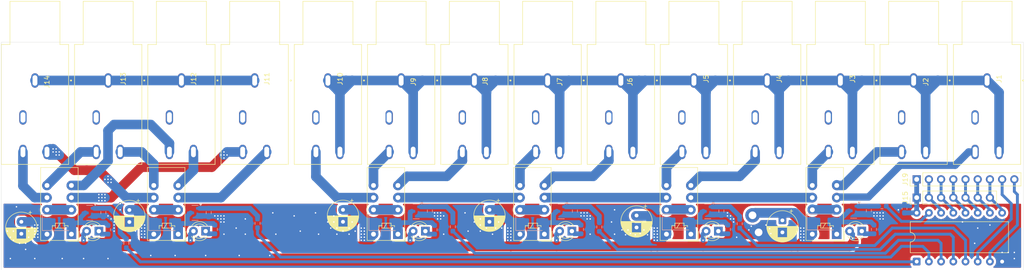
<source format=kicad_pcb>
(kicad_pcb (version 20241229) (generator "pcbnew") (generator_version "9.0")
  (layers (0 "F.Cu" signal) (2 "B.Cu" signal) (13 "F.Paste" user) (15 "B.Paste" user) (5 "F.SilkS" user "F.Silkscreen") (7 "B.SilkS" user "B.Silkscreen") (1 "F.Mask" user) (3 "B.Mask" user) (25 "Edge.Cuts" user))
  (net 0 "")
  (net 1 "GND")
  (net 2 "+3V3")
  (net 3 "+5V")
  (net 4 "Net-(D1-K)")
  (net 5 "Net-(D2-A2)")
  (net 6 "Net-(D3-K)")
  (net 7 "Net-(D4-A2)")
  (net 8 "Net-(D5-K)")
  (net 9 "Net-(D6-A2)")
  (net 10 "Net-(D7-K)")
  (net 11 "Net-(D8-A2)")
  (net 12 "Net-(D9-K)")
  (net 13 "Net-(D10-A2)")
  (net 14 "Net-(D11-K)")
  (net 15 "Net-(D12-A2)")
  (net 16 "Net-(J1-Pad1)")
  (net 17 "Net-(J1-Pad2)")
  (net 20 "Net-(J2-Pad2)")
  (net 21 "Net-(J3-Pad2)")
  (net 23 "Net-(J4-Pad2)")
  (net 26 "Net-(J5-Pad2)")
  (net 28 "Net-(J6-Pad2)")
  (net 30 "Net-(J7-Pad2)")
  (net 31 "Net-(J8-Pad2)")
  (net 33 "Net-(J9-Pad2)")
  (net 35 "Net-(J10-Pad2)")
  (net 38 "Net-(J11-Pad2)")
  (net 39 "Net-(J11-Pad3)")
  (net 40 "Net-(J11-Pad1)")
  (net 41 "Net-(J12-Pad2)")
  (net 42 "Net-(J12-Pad3)")
  (net 44 "Net-(J13-Pad3)")
  (net 46 "Net-(J13-Pad2)")
  (net 47 "Net-(J14-Pad3)")
  (net 48 "/Q8")
  (net 49 "/Q7")
  (net 50 "Net-(Q1-G)")
  (net 51 "Net-(Q2-G)")
  (net 52 "Net-(Q3-G)")
  (net 53 "Net-(Q4-G)")
  (net 54 "Net-(Q5-G)")
  (net 55 "Net-(Q6-G)")
  (net 56 "/Q1")
  (net 57 "/Q5")
  (net 58 "/Q6")
  (net 59 "/Q2")
  (net 60 "/Q3")
  (net 61 "/Q4")
  (net 62 "Net-(J14-Pad2)")
  (net 64 "Net-(K1-Pad9)")
  (net 65 "Net-(K1-Pad10)")
  (net 66 "Net-(K2-Pad10)")
  (net 67 "Net-(K2-Pad9)")
  (net 68 "Net-(K3-Pad10)")
  (net 69 "Net-(K3-Pad9)")
  (net 70 "Net-(K4-Pad10)")
  (net 71 "Net-(K5-Pad10)")
  (net 72 "Net-(K6-Pad10)")
  (net 73 "Net-(J15-Pin_4)")
  (net 74 "Net-(J15-Pin_3)")
  (net 75 "Net-(J15-Pin_5)")
  (net 76 "Net-(J15-Pin_2)")
  (net 77 "Net-(J15-Pin_7)")
  (net 78 "Net-(J15-Pin_6)")
  (footprint "LED_THT:LED_D3.0mm_IRBlack" (layer "F.Cu") (at 101.6 92.71 180)
    (property "Reference" "D9" (hide yes))
    (property "Value" "IR204A" (hide yes))
  )
  (footprint "Audio:CUI_SJ-63063B" (layer "F.Cu") (at 96.56 61.3 -90)
    (property "Reference" "J12")
    (property "Value" "SJ-63063B" (hide yes))
  )
  (footprint "Package_DIP:DIP-16_W10.16mm" (layer "F.Cu") (at 249.555 99.06 90)
    (property "Reference" "U1" (hide yes))
    (property "Value" "74HC595")
  )
  (footprint "Connector_PinHeader_2.54mm:PinHeader_1x07_P2.54mm_Vertical" (layer "F.Cu") (at 249.555 85.725 90)
    (property "Reference" "J15")
    (property "Value" "Conn_01x07_Pin" (hide yes))
  )
  (footprint "LED_THT:LED_D3.0mm_IRBlack" (layer "F.Cu") (at 238.125 92.71 180)
    (property "Reference" "D1" (hide yes))
    (property "Value" "IR204A" (hide yes))
  )
  (footprint "Relay_THT:Relay_DPDT_Omron_G6S-2" (layer "F.Cu") (at 73.66 93.345 180)
    (property "Reference" "K6" (hide yes))
    (property "Value" "G6S-2" (hide yes))
  )
  (footprint "Capacitor_THT:CP_Radial_D6.3mm_P2.50mm" (layer "F.Cu") (at 63.246 90.765 -90)
    (property "Reference" "C9" (hide yes))
    (property "Value" "22uf/25V" (hide yes))
  )
  (footprint "Audio:CUI_SJ-63063B" (layer "F.Cu") (at 264.2 61.3 -90)
    (property "Reference" "J1")
    (property "Value" "SJ-63063B" (hide yes))
  )
  (footprint "Audio:CUI_SJ-63063B" (layer "F.Cu") (at 127.04 61.3 -90)
    (property "Reference" "J10")
    (property "Value" "SJ-63063B" (hide yes))
  )
  (footprint "LED_THT:LED_D3.0mm_IRBlack" (layer "F.Cu") (at 177.8 92.71 180)
    (property "Reference" "D5" (hide yes))
    (property "Value" "IR204A" (hide yes))
  )
  (footprint "Relay_THT:Relay_DPDT_Omron_G6S-2" (layer "F.Cu") (at 232.918 93.345 180)
    (property "Reference" "K1" (hide yes))
    (property "Value" "G6S-2" (hide yes))
  )
  (footprint "Audio:CUI_SJ-63063B" (layer "F.Cu") (at 142.28 61.3 -90)
    (property "Reference" "J9")
    (property "Value" "SJ-63063B" (hide yes))
  )
  (footprint "Audio:CUI_SJ-63063B" (layer "F.Cu") (at 172.76 61.3 -90)
    (property "Reference" "J7")
    (property "Value" "SJ-63063B" (hide yes))
  )
  (footprint "Audio:CUI_SJ-63063B" (layer "F.Cu") (at 188 61.3 -90)
    (property "Reference" "J6")
    (property "Value" "SJ-63063B" (hide yes))
  )
  (footprint "Connector_PinHeader_2.54mm:PinHeader_1x09_P2.54mm_Vertical" (layer "F.Cu") (at 249.555 81.915 90)
    (property "Reference" "J19")
    (property "Value" "Conn_01x09_Pin" (hide yes))
  )
  (footprint "Audio:CUI_SJ-63063B" (layer "F.Cu") (at 218.44 61.3 -90)
    (property "Reference" "J4")
    (property "Value" "SJ-63063B" (hide yes))
  )
  (footprint "Capacitor_THT:CP_Radial_D6.3mm_P2.50mm" (layer "F.Cu") (at 221.615 90.464 -90)
    (property "Reference" "C18" (hide yes))
    (property "Value" "22uf/25V" (hide yes))
  )
  (footprint "Relay_THT:Relay_DPDT_Omron_G6S-2" (layer "F.Cu") (at 202.565 93.345 180)
    (property "Reference" "K2" (hide yes))
    (property "Value" "G6S-2" (hide yes))
  )
  (footprint "Capacitor_THT:CP_Radial_D6.3mm_P2.50mm" (layer "F.Cu") (at 130.175 88.265 -90)
    (property "Reference" "C14" (hide yes))
    (property "Value" "22uf/25V" (hide yes))
  )
  (footprint "Capacitor_THT:CP_Radial_D6.3mm_P2.50mm" (layer "F.Cu") (at 160.655 88.265 -90)
    (property "Reference" "C12" (hide yes))
    (property "Value" "22uf/25V" (hide yes))
  )
  (footprint "LED_THT:LED_D3.0mm_IRBlack" (layer "F.Cu") (at 147.32 92.71 180)
    (property "Reference" "D7" (hide yes))
    (property "Value" "IR204A" (hide yes))
  )
  (footprint "Audio:CUI_SJ-63063B" (layer "F.Cu") (at 248.92 61.3 -90)
    (property "Reference" "J2")
    (property "Value" "SJ-63063B" (hide yes))
  )
  (footprint "Audio:CUI_SJ-63063B" (layer "F.Cu") (at 81.32 61.3 -90)
    (property "Reference" "J13")
    (property "Value" "SJ-63063B" (hide yes))
  )
  (footprint "LED_THT:LED_D3.0mm_IRBlack" (layer "F.Cu") (at 208.28 92.71 180)
    (property "Reference" "D3" (hide yes))
    (property "Value" "IR204A" (hide yes))
  )
  (footprint "Audio:CUI_SJ-63063B" (layer "F.Cu") (at 203.2 61.3 -90)
    (property "Reference" "J5")
    (property "Value" "SJ-63063B" (hide yes))
  )
  (footprint "Audio:CUI_SJ-63063B" (layer "F.Cu") (at 233.68 61.3 -90)
    (property "Reference" "J3")
    (property "Value" "SJ-63063B" (hide yes))
  )
  (footprint "Audio:CUI_SJ-63063B" (layer "F.Cu") (at 66.08 61.3 -90)
    (property "Reference" "J14")
    (property "Value" "SJ-63063B" (hide yes))
  )
  (footprint "Relay_THT:Relay_DPDT_Omron_G6S-2" (layer "F.Cu") (at 172.085 93.345 180)
    (property "Reference" "K3" (hide yes))
    (property "Value" "G6S-2" (hide yes))
  )
  (footprint "Audio:CUI_SJ-63063B" (layer "F.Cu") (at 157.52 61.3 -90)
    (property "Reference" "J8")
    (property "Value" "SJ-63063B" (hide yes))
  )
  (footprint "Relay_THT:Relay_DPDT_Omron_G6S-2" (layer "F.Cu") (at 141.605 93.345 180)
    (property "Reference" "K4" (hide yes))
    (property "Value" "G6S-2" (hide yes))
  )
  (footprint "Capacitor_THT:CP_Radial_D6.3mm_P2.50mm" (layer "F.Cu") (at 85.725 88.305 -90)
    (property "Reference" "C10" (hide yes))
    (property "Value" "22uf/25V" (hide yes))
  )
  (footprint "Capacitor_THT:CP_Radial_D6.3mm_P2.50mm" (layer "F.Cu") (at 191.262 89.448 -90)
    (property "Reference" "C16" (hide yes))
    (property "Value" "22uf/25V" (hide yes))
  )
  (footprint "Audio:CUI_SJ-63063B" (layer "F.Cu") (at 111.8 61.3 -90)
    (property "Reference" "J11")
    (property "Value" "SJ-63063B" (hide yes))
  )
  (footprint "LED_THT:LED_D3.0mm_IRBlack" (layer "F.Cu") (at 79.375 92.71 180)
    (property "Reference" "D11" (hide yes))
    (property "Value" "IR204A" (hide yes))
  )
  (footprint "Relay_THT:Relay_DPDT_Omron_G6S-2" (layer "F.Cu") (at 95.885 93.345 180)
    (property "Reference" "K5" (hide yes))
    (property "Value" "G6S-2" (hide yes))
  )
  (footprint "Resistor_SMD:R_0603_1608Metric_Pad0.98x0.95mm_HandSolder" (layer "B.Cu") (at 149.225 92.4325 90)
    (property "Reference" "R28" (hide yes))
    (property "Value" "3k3" (hide yes))
  )
  (footprint "Diode_SMD:D_SMA" (layer "B.Cu") (at 139.065 90.932)
    (property "Reference" "D8" (hide yes))
    (property "Value" "SMAJ5.0A" (hide yes))
  )
  (footprint "Resistor_SMD:R_0603_1608Metric_Pad0.98x0.95mm_HandSolder" (layer "B.Cu") (at 239.6005 88.458 -90)
    (property "Reference" "R2" (hide yes))
    (property "Value" "100k" (hide yes))
  )
  (footprint "Resistor_SMD:R_0603_1608Metric_Pad0.98x0.95mm_HandSolder" (layer "B.Cu") (at 80.3125 88.8625 -90)
    (property "Reference" "R8" (hide yes))
    (property "Value" "100k" (hide yes))
  )
  (footprint "Resistor_SMD:R_0603_1608Metric_Pad0.98x0.95mm_HandSolder" (layer "B.Cu") (at 240.665 92.3525 90)
    (property "Reference" "R1" (hide yes))
    (property "Value" "3k3" (hide yes))
  )
  (footprint "Resistor_SMD:R_0603_1608Metric_Pad0.98x0.95mm_HandSolder" (layer "B.Cu") (at 178.435 88.5425 -90)
    (property "Reference" "R26" (hide yes))
    (property "Value" "100k" (hide yes))
  )
  (footprint "Package_TO_SOT_SMD:SOT-23" (layer "B.Cu") (at 236.4255 88.458 180)
    (property "Reference" "Q1" (hide yes))
    (property "Value" "IRLML2502" (hide yes))
  )
  (footprint "Resistor_SMD:R_0603_1608Metric_Pad0.98x0.95mm_HandSolder" (layer "B.Cu") (at 148.2575 88.5425 -90)
    (property "Reference" "R29" (hide yes))
    (property "Value" "100k" (hide yes))
  )
  (footprint "Resistor_SMD:R_0603_1608Metric_Pad0.98x0.95mm_HandSolder" (layer "B.Cu") (at 103.505 92.3525 90)
    (property "Reference" "R5" (hide yes))
    (property "Value" "3k3" (hide yes))
  )
  (footprint "Package_TO_SOT_SMD:SOT-23" (layer "B.Cu") (at 206.0725 88.58 180)
    (property "Reference" "Q2" (hide yes))
    (property "Value" "IRLML2502" (hide yes))
  )
  (footprint "Diode_SMD:D_SMA" (layer "B.Cu") (at 169.64 90.932)
    (property "Reference" "D6" (hide yes))
    (property "Value" "SMAJ5.0A" (hide yes))
  )
  (footprint "Resistor_SMD:R_0603_1608Metric_Pad0.98x0.95mm_HandSolder" (layer "B.Cu") (at 212.725 91.1625 -90)
    (property "Reference" "R24" (hide yes))
    (property "Value" "100" (hide yes))
  )
  (footprint "Resistor_SMD:R_0603_1608Metric_Pad0.98x0.95mm_HandSolder" (layer "B.Cu") (at 81.28 92.4325 90)
    (property "Reference" "R7" (hide yes))
    (property "Value" "3k3" (hide yes))
  )
  (footprint "Diode_SMD:D_SMA" (layer "B.Cu") (at 71.12 90.932)
    (property "Reference" "D12" (hide yes))
    (property "Value" "SMAJ5.0A" (hide yes))
  )
  (footprint "Package_TO_SOT_SMD:SOT-23" (layer "B.Cu") (at 145.415 88.58 180)
    (property "Reference" "Q4" (hide yes))
    (property "Value" "IRLML2502" (hide yes))
  )
  (footprint "Package_TO_SOT_SMD:SOT-23" (layer "B.Cu") (at 175.5925 88.58 180)
    (property "Reference" "Q3" (hide yes))
    (property "Value" "IRLML2502" (hide yes))
  )
  (footprint "Resistor_SMD:R_0603_1608Metric_Pad0.98x0.95mm_HandSolder" (layer "B.Cu") (at 85.09 95.25 -90)
    (property "Reference" "R9" (hide yes))
    (property "Value" "100" (hide yes))
  )
  (footprint "Resistor_SMD:R_0603_1608Metric_Pad0.98x0.95mm_HandSolder" (layer "B.Cu") (at 102.235 88.8625 -90)
    (property "Reference" "R6" (hide yes))
    (property "Value" "100k" (hide yes))
  )
  (footprint "Package_TO_SOT_SMD:SOT-23" (layer "B.Cu") (at 99.3925 88.9 180)
    (property "Reference" "Q5" (hide yes))
    (property "Value" "IRLML2502" (hide yes))
  )
  (footprint "Diode_SMD:D_SMA" (layer "B.Cu") (at 200.12 90.805)
    (property "Reference" "D4" (hide yes))
    (property "Value" "SMAJ5.0A" (hide yes))
  )
  (footprint "Capacitor_SMD:C_0603_1608Metric_Pad1.08x0.95mm_HandSolder" (layer "B.Cu") (at 247.015 88.0375 90)
    (property "Reference" "C6" (hide yes))
    (property "Value" "104" (hide yes))
  )
  (footprint "Package_TO_SOT_SMD:SOT-23" (layer "B.Cu") (at 77.47 88.9 180)
    (property "Reference" "Q6" (hide yes))
    (property "Value" "IRLML2502" (hide yes))
  )
  (footprint "Diode_SMD:D_SMA" (layer "B.Cu") (at 230.251 90.805)
    (property "Reference" "D2" (hide yes))
    (property "Value" "SMAJ5.0A" (hide yes))
  )
  (footprint "Resistor_SMD:R_0603_1608Metric_Pad0.98x0.95mm_HandSolder" (layer "B.Cu") (at 153.035 91.7975 -90)
    (property "Reference" "R30" (hide yes))
    (property "Value" "100" (hide yes))
  )
  (footprint "Resistor_SMD:R_0603_1608Metric_Pad0.98x0.95mm_HandSolder" (layer "B.Cu") (at 112.395 91.0825 -90)
    (property "Reference" "R10" (hide yes))
    (property "Value" "100" (hide yes))
  )
  (footprint "Resistor_SMD:R_0603_1608Metric_Pad0.98x0.95mm_HandSolder" (layer "B.Cu") (at 179.705 92.3525 90)
    (property "Reference" "R25" (hide yes))
    (property "Value" "3k3" (hide yes))
  )
  (footprint "Resistor_SMD:R_0603_1608Metric_Pad0.98x0.95mm_HandSolder" (layer "B.Cu") (at 210.265 92.3525 90)
    (property "Reference" "R4" (hide yes))
    (property "Value" "3k3" (hide yes))
  )
  (footprint "Resistor_SMD:R_0603_1608Metric_Pad0.98x0.95mm_HandSolder" (layer "B.Cu") (at 208.915 88.5425 -90)
    (property "Reference" "R23" (hide yes))
    (property "Value" "100k" (hide yes))
  )
  (footprint "Resistor_SMD:R_0603_1608Metric_Pad0.98x0.95mm_HandSolder" (layer "B.Cu") (at 242.316 87.503)
    (property "Reference" "R3" (hide yes))
    (property "Value" "100" (hide yes))
  )
  (footprint "Resistor_SMD:R_0603_1608Metric_Pad0.98x0.95mm_HandSolder" (layer "B.Cu") (at 183.515 91.8445 -90)
    (property "Reference" "R27" (hide yes))
    (property "Value" "100" (hide yes))
  )
  (footprint "Diode_SMD:D_SMA" (layer "B.Cu") (at 93.25 90.932)
    (property "Reference" "D10" (hide yes))
    (property "Value" "SMAJ5.0A" (hide yes))
  )
  (gr_rect (start 59.055 53.34) (end 271.78 100.838) (stroke (width 0.05)) (fill no) (layer "Edge.Cuts"))
  (via (at 105.41 89.535) (size 0.6) (drill 0.3) (layers "F.Cu" "B.Cu") (net 1))
  (via (at 149.86 88.9) (size 0.6) (drill 0.3) (layers "F.Cu" "B.Cu") (net 1))
  (via (at 107.95 92.075) (size 0.6) (drill 0.3) (layers "F.Cu" "B.Cu") (net 1))
  (via (at 83.82 88.265) (size 0.6) (drill 0.3) (layers "F.Cu" "B.Cu") (net 1))
  (via (at 151.13 89.535) (size 0.6) (drill 0.3) (layers "F.Cu" "B.Cu") (net 1))
  (via (at 104.14 90.17) (size 0.6) (drill 0.3) (layers "F.Cu" "B.Cu") (net 1))
  (via (at 61.595 94.615) (size 0.6) (drill 0.3) (layers "F.Cu" "B.Cu") (net 1))
  (via (at 262.255 92.075) (size 0.6) (drill 0.3) (layers "F.Cu" "B.Cu") (net 1))
  (via (at 86.995 92.71) (size 0.6) (drill 0.3) (layers "F.Cu" "B.Cu") (net 1))
  (via (at 101.6 97.79) (size 0.6) (drill 0.3) (layers "F.Cu" "B.Cu") (net 1))
  (via (at 64.135 95.25) (size 0.6) (drill 0.3) (layers "F.Cu" "B.Cu") (net 1))
  (via (at 127.635 92.075) (size 0.6) (drill 0.3) (layers "F.Cu" "B.Cu") (net 1))
  (via (at 127 90.805) (size 0.6) (drill 0.3) (layers "F.Cu" "B.Cu") (net 1))
  (via (at 241.3 89.535) (size 0.6) (drill 0.3) (layers "F.Cu" "B.Cu") (net 1))
  (via (at 131.445 93.345) (size 0.6) (drill 0.3) (layers "F.Cu" "B.Cu") (net 1))
  (via (at 186.69 93.345) (size 0.6) (drill 0.3) (layers "F.Cu" "B.Cu") (net 1))
  (via (at 242.57 90.17) (size 0.6) (drill 0.3) (layers "F.Cu" "B.Cu") (net 1))
  (via (at 267.335 97.155) (size 0.6) (drill 0.3) (layers "F.Cu" "B.Cu") (net 1))
  (via (at 132.715 92.71) (size 0.6) (drill 0.3) (layers "F.Cu" "B.Cu") (net 1))
  (via (at 210.185 88.9) (size 0.6) (drill 0.3) (layers "F.Cu" "B.Cu") (net 1))
  (via (at 191.008 93.472) (size 0.6) (drill 0.3) (layers "F.Cu" "B.Cu") (net 1))
  (via (at 186.69 88.265) (size 0.6) (drill 0.3) (layers "F.Cu" "B.Cu") (net 1))
  (via (at 81.28 89.535) (size 0.6) (drill 0.3) (layers "F.Cu" "B.Cu") (net 1))
  (via (at 121.285 92.71) (size 0.6) (drill 0.3) (layers "F.Cu" "B.Cu") (net 1))
  (via (at 60.96 98.425) (size 0.6) (drill 0.3) (layers "F.Cu" "B.Cu") (net 1))
  (via (at 216.662 92.964) (size 3) (drill 1.6) (layers "F.Cu" "B.Cu") (net 1))
  (via (at 128.905 92.075) (size 0.6) (drill 0.3) (layers "F.Cu" "B.Cu") (net 1))
  (via (at 61.595 92.71) (size 0.6) (drill 0.3) (layers "F.Cu" "B.Cu") (net 1))
  (via (at 193.548 93.472) (size 0.6) (drill 0.3) (layers "F.Cu" "B.Cu") (net 1))
  (via (at 82.55 92.71) (size 0.6) (drill 0.3) (layers "F.Cu" "B.Cu") (net 1))
  (via (at 242.57 89.535) (size 0.6) (drill 0.3) (layers "F.Cu" "B.Cu") (net 1))
  (via (at 211.455 90.805) (size 0.6) (drill 0.3) (layers "F.Cu" "B.Cu") (net 1))
  (via (at 180.975 90.17) (size 0.6) (drill 0.3) (layers "F.Cu" "B.Cu") (net 1))
  (via (at 64.135 96.52) (size 0.6) (drill 0.3) (layers "F.Cu" "B.Cu") (net 1))
  (via (at 149.225 88.9) (size 0.6) (drill 0.3) (layers "F.Cu" "B.Cu") (net 1))
  (via (at 218.948 92.202) (size 0.6) (drill 0.3) (layers "F.Cu" "B.Cu") (net 1))
  (via (at 95.25 97.79) (size 0.6) (drill 0.3) (layers "F.Cu" "B.Cu") (net 1))
  (via (at 192.024 93.218) (size 0.6) (drill 0.3) (layers "F.Cu" "B.Cu") (net 1))
  (via (at 180.34 88.9) (size 0.6) (drill 0.3) (layers "F.Cu" "B.Cu") (net 1))
  (via (at 125.095 93.345) (size 0.6) (drill 0.3) (layers "F.Cu" "B.Cu") (net 1))
  (via (at 158.75 90.17) (size 0.6) (drill 0.3) (layers "F.Cu" "B.Cu") (net 1))
  (via (at 181.61 89.535) (size 0.6) (drill 0.3) (layers "F.Cu" "B.Cu") (net 1))
  (via (at 261.62 95.25) (size 0.6) (drill 0.3) (layers "F.Cu" "B.Cu") (net 1))
  (via (at 186.055 90.805) (size 0.6) (drill 0.3) (layers "F.Cu" "B.Cu") (net 1))
  (via (at 82.55 92.075) (size 0.6) (drill 0.3) (layers "F.Cu" "B.Cu") (net 1))
  (via (at 240.665 88.9) (size 0.6) (drill 0.3) (layers "F.Cu" "B.Cu") (net 1))
  (via (at 189.484 92.456) (size 0.6) (drill 0.3) (layers "F.Cu" "B.Cu") (net 1))
  (via (at 158.75 91.44) (size 0.6) (drill 0.3) (layers "F.Cu" "B.Cu") (net 1))
  (via (at 104.775 90.805) (size 0.6) (drill 0.3) (layers "F.Cu" "B.Cu") (net 1))
  (via (at 149.86 90.17) (size 0.6) (drill 0.3) (layers "F.Cu" "B.Cu") (net 1))
  (via (at 179.705 89.535) (size 0.6) (drill 0.3) (layers "F.Cu" "B.Cu") (net 1))
  (via (at 108.585 97.79) (size 0.6) (drill 0.3) (layers "F.Cu" "B.Cu") (net 1))
  (via (at 156.21 92.71) (size 0.6) (drill 0.3) (layers "F.Cu" "B.Cu") (net 1))
  (via (at 269.875 97.155) (size 0.6) (drill 0.3) (layers "F.Cu" "B.Cu") (net 1))
  (via (at 150.495 88.9) (size 0.6) (drill 0.3) (layers "F.Cu" "B.Cu") (net 1))
  (via (at 245.745 88.265) (size 0.6) (drill 0.3) (layers "F.Cu" "B.Cu") (net 1))
  (via (at 210.82 90.17) (size 0.6) (drill 0.3) (layers "F.Cu" "B.Cu") (net 1))
  (via (at 105.41 90.17) (size 0.6) (drill 0.3) (layers "F.Cu" "B.Cu") (net 1))
  (via (at 82.55 91.44) (size 0.6) (drill 0.3) (layers "F.Cu" "B.Cu") (net 1))
  (via (at 104.775 90.17) (size 0.6) (drill 0.3) (layers "F.Cu" "B.Cu") (net 1))
  (via (at 179.705 88.9) (size 0.6) (drill 0.3) (layers "F.Cu" "B.Cu") (net 1))
  (via (at 71.755 98.425) (size 0.6) (drill 0.3) (layers "F.Cu" "B.Cu") (net 1))
  (via (at 211.455 90.17) (size 0.6) (drill 0.3) (layers "F.Cu" "B.Cu") (net 1))
  (via (at 241.3 88.9) (size 0.6) (drill 0.3) (layers "F.Cu" "B.Cu") (net 1))
  (via (at 131.445 92.075) (size 0.6) (drill 0.3) (layers "F.Cu" "B.Cu") (net 1))
  (via (at 180.975 88.9) (size 0.6) (drill 0.3) (layers "F.Cu" "B.Cu") (net 1))
  (via (at 188.214 92.456) (size 0.6) (drill 0.3) (layers "F.Cu" "B.Cu") (net 1))
  (via (at 62.23 87.63) (size 0.6) (drill 0.3) (layers "F.Cu" "B.Cu") (net 1))
  (via (at 109.855 93.345) (size 0.6) (drill 0.3) (layers "F.Cu" "B.Cu") (net 1))
  (via (at 162.56 90.805) (size 0.6) (drill 0.3) (layers "F.Cu" "B.Cu") (net 1))
  (via (at 264.795 91.44) (size 0.6) (drill 0.3) (layers "F.Cu" "B.Cu") (net 1))
  (via (at 64.77 92.71) (size 0.6) (drill 0.3) (layers "F.Cu" "B.Cu") (net 1))
  (via (at 149.225 89.535) (size 0.6) (drill 0.3) (layers "F.Cu" "B.Cu") (net 1))
  (via (at 81.915 90.17) (size 0.6) (drill 0.3) (layers "F.Cu" "B.Cu") (net 1))
  (via (at 181.61 90.17) (size 0.6) (drill 0.3) (layers "F.Cu" "B.Cu") (net 1))
  (via (at 160.02 92.075) (size 0.6) (drill 0.3) (layers "F.Cu" "B.Cu") (net 1))
  (via (at 60.325 92.71) (size 0.6) (drill 0.3) (layers "F.Cu" "B.Cu") (net 1))
  (via (at 150.495 90.17) (size 0.6) (drill 0.3) (layers "F.Cu" "B.Cu") (net 1))
  (via (at 128.27 89.535) (size 0.6) (drill 0.3) (layers "F.Cu" "B.Cu") (net 1))
  (via (at 189.992 93.218) (size 0.6) (drill 0.3) (layers "F.Cu" "B.Cu") (net 1))
  (via (at 130.175 92.71) (size 0.6) (drill 0.3) (layers "F.Cu" "B.Cu") (net 1))
  (via (at 105.41 90.805) (size 0.6) (drill 0.3) (layers "F.Cu" "B.Cu") (net 1))
  (via (at 242.57 88.9) (size 0.6) (drill 0.3) (layers "F.Cu" "B.Cu") (net 1))
  (via (at 82.55 90.805) (size 0.6) (drill 0.3) (layers "F.Cu" "B.Cu") (net 1))
  (via (at 180.34 89.535) (size 0.6) (drill 0.3) (layers "F.Cu" "B.Cu") (net 1))
  (via (at 150.495 89.535) (size 0.6) (drill 0.3) (layers "F.Cu" "B.Cu") (net 1))
  (via (at 241.935 90.17) (size 0.6) (drill 0.3) (layers "F.Cu" "B.Cu") (net 1))
  (via (at 132.08 90.805) (size 0.6) (drill 0.3) (layers "F.Cu" "B.Cu") (net 1))
  (via (at 269.875 98.425) (size 0.6) (drill 0.3) (layers "F.Cu" "B.Cu") (net 1))
  (via (at 241.935 89.535) (size 0.6) (drill 0.3) (layers "F.Cu" "B.Cu") (net 1))
  (via (at 268.605 97.155) (size 0.6) (drill 0.3) (layers "F.Cu" "B.Cu") (net 1))
  (via (at 181.61 93.345) (size 0.6) (drill 0.3) (layers "F.Cu" "B.Cu") (net 1))
  (via (at 259.08 90.805) (size 0.6) (drill 0.3) (layers "F.Cu" "B.Cu") (net 1))
  (via (at 219.202 93.218) (size 0.6) (drill 0.3) (layers "F.Cu" "B.Cu") (net 1))
  (via (at 158.75 92.71) (size 0.6) (drill 0.3) (layers "F.Cu" "B.Cu") (net 1))
  (via (at 105.41 93.345) (size 0.6) (drill 0.3) (layers "F.Cu" "B.Cu") (net 1))
  (via (at 120.015 89.535) (size 0.6) (drill 0.3) (layers "F.Cu" "B.Cu") (net 1))
  (via (at 103.505 89.535) (size 0.6) (drill 0.3) (layers "F.Cu" "B.Cu") (net 1))
  (via (at 161.925 92.075) (size 0.6) (drill 0.3) (layers "F.Cu" "B.Cu") (net 1))
  (via (at 128.27 90.805) (size 0.6) (drill 0.3) (layers "F.Cu" "B.Cu") (net 1))
  (via (at 116.205 93.345) (size 0.6) (drill 0.3) (layers "F.Cu" "B.Cu") (net 1))
  (via (at 114.935 97.79) (size 0.6) (drill 0.3) (layers "F.Cu" "B.Cu") (net 1))
  (via (at 210.185 89.535) (size 0.6) (drill 0.3) (layers "F.Cu" "B.Cu") (net 1))
  (via (at 64.77 93.98) (size 0.6) (drill 0.3) (layers "F.Cu" "B.Cu") (net 1))
  (via (at 212.09 93.98) (size 0.6) (drill 0.3) (layers "F.Cu" "B.Cu") (net 1))
  (via (at 151.13 93.345) (size 0.6) (drill 0.3) (layers "F.Cu" "B.Cu") (net 1))
  (via (at 62.865 95.25) (size 0.6) (drill 0.3) (layers "F.Cu" "B.Cu") (net 1))
  (via (at 161.29 93.345) (size 0.6) (drill 0.3) (layers "F.Cu" "B.Cu") (net 1))
  (via (at 83.82 86.995) (size 0.6) (drill 0.3) (layers "F.Cu" "B.Cu") (net 1))
  (via (at 240.665 89.535) (size 0.6) (drill 0.3) (layers "F.Cu" "B.Cu") (net 1))
  (via (at 214.63 92.456) (size 0.6) (drill 0.3) (layers "F.Cu" "B.Cu") (net 1))
  (via (at 76.2 98.425) (size 0.6) (drill 0.3) (layers "F.Cu" "B.Cu") (net 1))
  (via (at 66.04 98.425) (size 0.6) (drill 0.3) (layers "F.Cu" "B.Cu") (net 1))
  (via (at 192.786 92.456) (size 0.6) (drill 0.3) (layers "F.Cu" "B.Cu") (net 1))
  (via (at 210.82 89.535) (size 0.6) (drill 0.3) (layers "F.Cu" "B.Cu") (net 1))
  (via (at 109.855 90.17) (size 0.6) (drill 0.3) (layers "F.Cu" "B.Cu") (net 1))
  (via (at 163.195 92.075) (size 0.6) (drill 0.3) (layers "F.Cu" "B.Cu") (net 1))
  (via (at 241.935 88.9) (size 0.6) (drill 0.3) (layers "F.Cu" "B.Cu") (net 1))
  (via (at 188.976 93.472) (size 0.6) (drill 0.3) (layers "F.Cu" "B.Cu") (net 1))
  (via (at 149.86 89.535) (size 0.6) (drill 0.3) (layers "F.Cu" "B.Cu") (net 1))
  (via (at 90.17 97.79) (size 0.6) (drill 0.3) (layers "F.Cu" "B.Cu") (net 1))
  (via (at 115.57 88.9) (size 0.6) (drill 0.3) (layers "F.Cu" "B.Cu") (net 1))
  (via (at 124.46 88.9) (size 0.6) (drill 0.3) (layers "F.Cu" "B.Cu") (net 1))
  (via (at 180.975 89.535) (size 0.6) (drill 0.3) (layers "F.Cu" "B.Cu") (net 1))
  (via (at 215.138 91.694) (size 0.6) (drill 0.3) (layers "F.Cu" "B.Cu") (net 1))
  (via (at 128.905 93.345) (size 0.6) (drill 0.3) (layers "F.Cu" "B.Cu") (net 1))
  (via (at 218.186 91.44) (size 0.6) (drill 0.3) (layers "F.Cu" "B.Cu") (net 1))
  (via (at 104.14 89.535) (size 0.6) (drill 0.3) (layers "F.Cu" "B.Cu") (net 1))
  (via (at 155.575 88.9) (size 0.6) (drill 0.3) (layers "F.Cu" "B.Cu") (net 1))
  (via (at 104.775 89.535) (size 0.6) (drill 0.3) (layers "F.Cu" "B.Cu") (net 1))
  (via (at 157.48 90.805) (size 0.6) (drill 0.3) (layers "F.Cu" "B.Cu") (net 1))
  (via (at 60.96 93.98) (size 0.6) (drill 0.3) (layers "F.Cu" "B.Cu") (net 1))
  (via (at 81.28 98.425) (size 0.6) (drill 0.3) (layers "F.Cu" "B.Cu") (net 1))
  (segment (start 247.015 87.175) (end 246.835 87.175) (width 0.6) (layer "B.Cu") (net 1))
  (segment (start 246.835 87.175) (end 245.745 88.265) (width 0.6) (layer "B.Cu") (net 1))
  (segment (start 249.555 81.915) (end 249.555 88.9) (width 1) (layer "B.Cu") (net 2))
  (segment (start 247.015 88.9) (end 249.555 88.9) (width 1) (layer "B.Cu") (net 2))
  (segment (start 226.06 91.44) (end 226.06 93.98) (width 2) (layer "F.Cu") (net 3))
  (segment (start 223.52 88.9) (end 226.06 91.44) (width 2) (layer "F.Cu") (net 3))
  (segment (start 152.4 95.885) (end 144.145 95.885) (width 2) (layer "F.Cu") (net 3))
  (segment (start 137.16 95.885) (end 134.62 95.885) (width 2) (layer "F.Cu") (net 3))
  (segment (start 174.625 94.615) (end 174.625 95.885) (width 1) (layer "F.Cu") (net 3))
  (segment (start 134.62 95.885) (end 98.425 95.885) (width 2) (layer "F.Cu") (net 3))
  (segment (start 165.1 95.885) (end 152.4 95.885) (width 2) (layer "F.Cu") (net 3))
  (segment (start 98.425 95.885) (end 88.9 95.885) (width 2) (layer "F.Cu") (net 3))
  (segment (start 66.675 93.98) (end 66.675 91.44) (width 2) (layer "F.Cu") (net 3))
  (segment (start 215.392 89.408) (end 215.9 88.9) (width 2) (layer "F.Cu") (net 3))
  (segment (start 195.58 94.615) (end 195.58 93.98) (width 2) (layer "F.Cu") (net 3))
  (segment (start 192.405 89.535) (end 191.135 89.535) (width 2) (layer "F.Cu") (net 3))
  (segment (start 205.105 95.885) (end 195.58 95.885) (width 2) (layer "F.Cu") (net 3))
  (segment (start 76.2 94.615) (end 76.2 95.885) (width 1) (layer "F.Cu") (net 3))
  (segment (start 215.9 88.9) (end 223.52 88.9) (width 2) (layer "F.Cu") (net 3))
  (segment (start 224.79 95.885) (end 235.585 95.885) (width 2) (layer "F.Cu") (net 3))
  (segment (start 195.58 92.71) (end 195.58 93.98) (width 2) (layer "F.Cu") (net 3))
  (segment (start 76.2 95.885) (end 68.58 95.885) (width 2) (layer "F.Cu") (net 3))
  (segment (start 144.145 95.885) (end 137.16 95.885) (width 2) (layer "F.Cu") (net 3))
  (segment (start 235.585 95.885) (end 236.474 94.996) (width 2) (layer "F.Cu") (net 3))
  (segment (start 144.145 94.615) (end 144.145 95.885) (width 1) (layer "F.Cu") (net 3))
  (segment (start 226.06 94.615) (end 224.79 95.885) (width 2) (layer "F.Cu") (net 3))
  (segment (start 68.58 95.885) (end 66.675 93.98) (width 2) (layer "F.Cu") (net 3))
  (segment (start 195.58 95.885) (end 194.31 95.885) (width 2) (layer "F.Cu") (net 3))
  (segment (start 88.9 95.885) (end 76.2 95.885) (width 2) (layer "F.Cu") (net 3))
  (segment (start 134.62 95.885) (end 134.62 92.075) (width 2) (layer "F.Cu") (net 3))
  (segment (start 224.79 95.885) (end 223.52 95.885) (width 2) (layer "F.Cu") (net 3))
  (segment (start 165.1 95.885) (end 165.1 92.71) (width 2) (layer "F.Cu") (net 3))
  (segment (start 236.474 94.996) (end 236.474 94.742) (width 2) (layer "F.Cu") (net 3))
  (segment (start 174.625 95.885) (end 165.1 95.885) (width 2) (layer "F.Cu") (net 3))
  (segment (start 223.52 95.885) (end 205.105 95.885) (width 2) (layer "F.Cu") (net 3))
  (segment (start 98.425 94.615) (end 98.425 95.885) (width 1) (layer "F.Cu") (net 3))
  (segment (start 205.105 94.615) (end 205.105 95.885) (width 0.6) (layer "F.Cu") (net 3))
  (segment (start 195.58 95.885) (end 195.58 92.71) (width 2) (layer "F.Cu") (net 3))
  (segment (start 195.58 92.71) (end 195.58 91.44) (width 2) (layer "F.Cu") (net 3))
  (segment (start 88.9 95.885) (end 88.9 91.44) (width 2) (layer "F.Cu") (net 3))
  (segment (start 194.31 95.885) (end 195.58 94.615) (width 2) (layer "F.Cu") (net 3))
  (segment (start 194.31 95.885) (end 174.625 95.885) (width 2) (layer "F.Cu") (net 3))
  (segment (start 165.1 95.885) (end 165.1 92.075) (width 2) (layer "F.Cu") (net 3))
  (via (at 144.145 94.615) (size 0.6) (drill 0.3) (layers "F.Cu" "B.Cu") (net 3))
  (via (at 174.625 94.615) (size 0.6) (drill 0.3) (layers "F.Cu" "B.Cu") (net 3))
  (via (at 165.1 93.98) (size 0.6) (drill 0.3) (layers "F.Cu" "B.Cu") (net 3))
  (via (at 194.945 93.98) (size 0.6) (drill 0.3) (layers "F.Cu" "B.Cu") (net 3))
  (via (at 165.1 94.615) (size 0.6) (drill 0.3) (layers "F.Cu" "B.Cu") (net 3))
  (via (at 66.675 93.345) (size 0.6) (drill 0.3) (layers "F.Cu" "B.Cu") (net 3))
  (via (at 236.22 94.234) (size 0.6) (drill 0.3) (layers "F.Cu" "B.Cu") (net 3))
  (via (at 133.985 93.345) (size 0.6) (drill 0.3) (layers "F.Cu" "B.Cu") (net 3))
  (via (at 88.265 91.44) (size 0.6) (drill 0.3) (layers "F.Cu" "B.Cu") (net 3))
  (via (at 98.425 94.615) (size 0.6) (drill 0.3) (layers "F.Cu" "B.Cu") (net 3))
  (via (at 133.985 92.075) (size 0.6) (drill 0.3) (layers "F.Cu" "B.Cu") (net 3))
  (via (at 66.04 92.71) (size 0.6) (drill 0.3) (layers "F.Cu" "B.Cu") (net 3))
  (via (at 164.465 92.71) (size 0.6) (drill 0.3) (layers "F.Cu" "B.Cu") (net 3))
  (via (at 66.675 93.98) (size 0.6) (drill 0.3) (layers "F.Cu" "B.Cu") (net 3))
  (via (at 66.04 93.98) (size 0.6) (drill 0.3) (layers "F.Cu" "B.Cu") (net 3))
  (via (at 195.58 92.71) (size 0.6) (drill 0.3) (layers "F.Cu" "B.Cu") (net 3))
  (via (at 164.465 92.075) (size 0.6) (drill 0.3) (layers "F.Cu" "B.Cu") (net 3))
  (via (at 88.9 91.44) (size 0.6) (drill 0.3) (layers "F.Cu" "B.Cu") (net 3))
  (via (at 66.675 92.075) (size 0.6) (drill 0.3) (layers "F.Cu" "B.Cu") (net 3))
  (via (at 133.985 92.71) (size 0.6) (drill 0.3) (layers "F.Cu" "B.Cu") (net 3))
  (via (at 225.425 92.71) (size 0.6) (drill 0.3) (layers "F.Cu" "B.Cu") (net 3))
  (via (at 66.675 92.71) (size 0.6) (drill 0.3) (layers "F.Cu" "B.Cu") (net 3))
  (via (at 133.985 94.615) (size 0.6) (drill 0.3) (layers "F.Cu" "B.Cu") (net 3))
  (via (at 225.425 93.98) (size 0.6) (drill 0.3) (layers "F.Cu" "B.Cu") (net 3))
  (via (at 195.58 92.075) (size 0.6) (drill 0.3) (layers "F.Cu" "B.Cu") (net 3))
  (via (at 88.265 93.345) (size 0.6) (drill 0.3) (layers "F.Cu" "B.Cu") (net 3))
  (via (at 76.2 94.615) (size 0.6) (drill 0.3) (layers "F.Cu" "B.Cu") (net 3))
  (via (at 205.105 94.615) (size 0.6) (drill 0.3) (layers "F.Cu" "B.Cu") (net 3))
  (via (at 165.1 92.71) (size 0.6) (drill 0.3) (layers "F.Cu" "B.Cu") (net 3))
  (via (at 66.04 93.345) (size 0.6) (drill 0.3) (layers "F.Cu" "B.Cu") (net 3))
  (via (at 134.62 93.98) (size 0.6) (drill 0.3) (layers "F.Cu" "B.Cu") (net 3))
  (via (at 226.06 92.71) (size 0.6) (drill 0.3) (layers "F.Cu" "B.Cu") (net 3))
  (via (at 88.265 92.71) (size 0.6) (drill 0.3) (layers "F.Cu" "B.Cu") (net 3))
  (via (at 194.945 92.075) (size 0.6) (drill 0.3) (layers "F.Cu" "B.Cu") (net 3))
  (via (at 134.62 94.615) (size 0.6) (drill 0.3) (layers "F.Cu" "B.Cu") (net 3))
  (via (at 66.675 91.44) (size 0.6) (drill 0.3) (layers "F.Cu" "B.Cu") (net 3))
  (via (at 88.265 92.075) (size 0.6) (drill 0.3) (layers "F.Cu" "B.Cu") (net 3))
  (via (at 66.04 91.44) (size 0.6) (drill 0.3) (layers "F.Cu" "B.Cu") (net 3))
  (via (at 164.465 94.615) (size 0.6) (drill 0.3) (layers "F.Cu" "B.Cu") (net 3))
  (via (at 164.465 93.345) (size 0.6) (drill 0.3) (layers "F.Cu" "B.Cu") (net 3))
  (via (at 215.392 89.408) (size 3) (drill 1.6) (layers "F.Cu" "B.Cu") (net 3))
  (via (at 88.9 93.345) (size 0.6) (drill 0.3) (layers "F.Cu" "B.Cu") (net 3))
  (via (at 226.06 92.075) (size 0.6) (drill 0.3) (layers "F.Cu" "B.Cu") (net 3))
  (via (at 194.945 92.71) (size 0.6) (drill 0.3) (layers "F.Cu" "B.Cu") (net 3))
  (via (at 165.1 93.345) (size 0.6) (drill 0.3) (layers "F.Cu" "B.Cu") (net 3))
  (via (at 164.465 93.98) (size 0.6) (drill 0.3) (layers "F.Cu" "B.Cu") (net 3))
  (via (at 226.06 94.615) (size 0.6) (drill 0.3) (layers "F.Cu" "B.Cu") (net 3))
  (via (at 88.9 92.075) (size 0.6) (drill 0.3) (layers "F.Cu" "B.Cu") (net 3))
  (via (at 134.62 92.075) (size 0.6) (drill 0.3) (layers "F.Cu" "B.Cu") (net 3))
  (via (at 225.425 94.615) (size 0.6) (drill 0.3) (layers "F.Cu" "B.Cu") (net 3))
  (via (at 195.58 94.615) (size 0.6) (drill 0.3) (layers "F.Cu" "B.Cu") (net 3))
  (via (at 195.58 93.345) (size 0.6) (drill 0.3) (layers "F.Cu" "B.Cu") (net 3))
  (via (at 88.9 92.71) (size 0.6) (drill 0.3) (layers "F.Cu" "B.Cu") (net 3))
  (via (at 225.425 92.075) (size 0.6) (drill 0.3) (layers "F.Cu" "B.Cu") (net 3))
  (via (at 225.425 93.345) (size 0.6) (drill 0.3) (layers "F.Cu" "B.Cu") (net 3))
  (via (at 195.58 93.98) (size 0.6) (drill 0.3) (layers "F.Cu" "B.Cu") (net 3))
  (via (at 88.9 93.98) (size 0.6) (drill 0.3) (layers "F.Cu" "B.Cu") (net 3))
  (via (at 133.985 93.98) (size 0.6) (drill 0.3) (layers "F.Cu" "B.Cu") (net 3))
  (via (at 226.06 93.345) (size 0.6) (drill 0.3) (layers "F.Cu" "B.Cu") (net 3))
  (via (at 226.06 93.98) (size 0.6) (drill 0.3) (layers "F.Cu" "B.Cu") (net 3))
  (via (at 66.04 92.075) (size 0.6) (drill 0.3) (layers "F.Cu" "B.Cu") (net 3))
  (via (at 134.62 93.345) (size 0.6) (drill 0.3) (layers "F.Cu" "B.Cu") (net 3))
  (via (at 194.945 94.615) (size 0.6) (drill 0.3) (layers "F.Cu" "B.Cu") (net 3))
  (via (at 88.265 93.98) (size 0.6) (drill 0.3) (layers "F.Cu" "B.Cu") (net 3))
  (via (at 134.62 92.71) (size 0.6) (drill 0.3) (layers "F.Cu" "B.Cu") (net 3))
  (via (at 165.1 92.075) (size 0.6) (drill 0.3) (layers "F.Cu" "B.Cu") (net 3))
  (via (at 194.945 93.345) (size 0.6) (drill 0.3) (layers "F.Cu" "B.Cu") (net 3))
  (segment (start 205.105 93.345) (end 205.105 94.615) (width 1) (layer "B.Cu") (net 3))
  (segment (start 194.945 90.805) (end 193.675 89.535) (width 2) (layer "B.Cu") (net 3))
  (segment (start 66.675 93.98) (end 66.675 90.805) (width 2) (layer "B.Cu") (net 3))
  (segment (start 167.005 91.567) (end 167.64 90.932) (width 2) (layer "B.Cu") (net 3))
  (segment (start 167.005 93.345) (end 167.005 91.567) (width 2) (layer "B.Cu") (net 3))
  (segment (start 89.535 91.44) (end 88.9 92.075) (width 2) (layer "B.Cu") (net 3))
  (segment (start 196.85 93.98) (end 197.485 93.345) (width 2) (layer "B.Cu") (net 3))
  (segment (start 166.37 93.98) (end 167.005 93.345) (width 2) (layer "B.Cu") (net 3))
  (segment (start 165.1 90.805) (end 162.56 88.265) (width 2) (layer "B.Cu") (net 3))
  (segment (start 226.06 90.805) (end 226.06 93.98) (width 2) (layer "B.Cu") (net 3))
  (segment (start 226.06 93.98) (end 227.203 93.98) (width 2) (layer "B.Cu") (net 3))
  (segment (start 227.203 93.98) (end 227.838 93.345) (width 2) (layer "B.Cu") (net 3))
  (segment (start 215.9 88.9) (end 224.155 88.9) (width 2) (layer "B.Cu") (net 3))
  (segment (start 88.9 90.17) (end 88.265 89.535) (width 2) (layer "B.Cu") (net 3))
  (segment (start 88.265 89.535) (end 86.995 88.265) (width 2) (layer "B.Cu") (net 3))
  (segment (start 175.26 92.71) (end 174.625 93.345) (width 1) (layer "B.Cu") (net 3))
  (segment (start 66.675 90.805) (end 66.635 90.765) (width 2) (layer "B.Cu") (net 3))
  (segment (start 76.835 92.71) (end 76.2 93.345) (width 1) (layer "B.Cu") (net 3))
  (segment (start 194.945 90.805) (end 195.58 91.44) (width 2) (layer "B.Cu") (net 3))
  (segment (start 91.25 92.9) (end 90.805 93.345) (width 2) (layer "B.Cu") (net 3))
  (segment (start 134.62 93.98) (end 134.62 90.805) (width 2) (layer "B.Cu") (net 3))
  (segment (start 66.675 90.805) (end 66.802 90.932) (width 2) (layer "B.Cu") (net 3))
  (segment (start 195.58 93.98) (end 196.85 93.98) (width 2) (layer "B.Cu") (net 3))
  (segment (start 227.838 93.218) (end 227.838 91.218) (width 2) (layer "B.Cu") (net 3))
  (segment (start 236.22 94.234) (end 236.22 93.345) (width 1) (layer "B.Cu") (net 3))
  (segment (start 66.802 90.932) (end 69.12 90.932) (width 2) (layer "B.Cu") (net 3))
  (segment (start 193.675 89.535) (end 191.135 89.535) (width 2) (layer "B.Cu") (net 3))
  (segment (start 98.425 93.345) (end 98.425 94.615) (width 1) (layer "B.Cu") (net 3))
  (segment (start 91.25 90.932) (end 90.043 90.932) (width 2) (layer "B.Cu") (net 3))
  (segment (start 68.58 91.472) (end 69.12 90.932) (width 2) (layer "B.Cu") (net 3))
  (segment (start 67.945 93.98) (end 68.58 93.345) (width 2) (layer "B.Cu") (net 3))
  (segment (start 134.62 93.98) (end 135.89 93.98) (width 2) (layer "B.Cu") (net 3))
  (segment (start 165.1 90.805) (end 165.227 90.932) (width 2) (layer "B.Cu") (net 3))
  (segment (start 162.56 88.265) (end 160.655 88.265) (width 2) (layer "B.Cu") (net 3))
  (segment (start 165.227 90.932) (end 167.64 90.932) (width 2) (layer "B.Cu") (net 3))
  (segment (start 132.08 88.265) (end 130.175 88.265) (width 2) (layer "B.Cu") (net 3))
  (segment (start 224.155 88.9) (end 226.06 90.805) (width 2) (layer "B.Cu") (net 3))
  (segment (start 134.62 90.805) (end 134.747 90.932) (width 2) (layer "B.Cu") (net 3))
  (segment (start 88.9 93.345) (end 88.9 91.44) (width 2) (layer "B.Cu") (net 3))
  (segment (start 134.747 90.932) (end 137.065 90.932) (width 2) (layer "B.Cu") (net 3))
  (segment (start 66.635 90.765) (end 63.246 90.765) (width 2) (layer "B.Cu") (net 3))
  (segment (start 144.145 93.345) (end 144.78 92.71) (width 1) (layer "B.Cu") (net 3))
  (segment (start 76.2 93.345) (end 76.2 94.615) (width 1) (layer "B.Cu") (net 3))
  (segment (start 227.838 91.218) (end 228.251 90.805) (width 2) (layer "B.Cu") (net 3))
  (segment (start 90.805 93.345) (end 89.535 92.075) (width 2) (layer "B.Cu") (net 3))
  (segment (start 88.9 91.44) (end 88.9 90.17) (width 2) (layer "B.Cu") (net 3))
  (segment (start 198.12 93.98) (end 197.485 93.345) (width 0.6) (layer "B.Cu") (net 3))
  (segment (start 165.1 93.98) (end 166.37 93.98) (width 2) (layer "B.Cu") (net 3))
  (segment (start 226.06 90.805) (end 228.251 90.805) (width 2) (layer "B.Cu") (net 3))
  (segment (start 91.25 90.932) (end 91.25 92.9) (width 2) (layer "B.Cu") (net 3))
  (segment (start 215.392 89.408) (end 215.9 88.9) (width 2) (layer "B.Cu") (net 3))
  (segment (start 197.485 93.345) (end 197.485 91.44) (width 2) (layer "B.Cu") (net 3))
  (segment (start 174.625 93.345) (end 174.625 94.615) (width 1) (layer "B.Cu") (net 3))
  (segment (start 68.58 93.345) (end 68.58 91.472) (width 2) (layer "B.Cu") (net 3))
  (segment (start 88.9 93.345) (end 90.805 93.345) (width 2) (layer "B.Cu") (net 3))
  (segment (start 136.525 93.345) (end 136.525 91.472) (width 2) (layer "B.Cu") (net 3))
  (segment (start 198.12 90.805) (end 194.945 90.805) (width 2) (layer "B.Cu") (net 3))
  (segment (start 136.525 91.472) (end 137.065 90.932) (width 2) (layer "B.Cu") (net 3))
  (segment (start 86.995 88.265) (end 85.725 88.265) (width 2) (layer "B.Cu") (net 3))
  (segment (start 135.89 93.98) (end 136.525 93.345) (width 2) (layer "B.Cu") (net 3))
  (segment (start 90.043 90.932) (end 89.535 91.44) (width 2) (layer "B.Cu") (net 3))
  (segment (start 91.25 90.932) (end 89.662 90.932) (width 2) (layer "B.Cu") (net 3))
  (segment (start 165.1 93.98) (end 165.1 90.805) (width 2) (layer "B.Cu") (net 3))
  (segment (start 144.145 94.615) (end 144.145 93.345) (width 1) (layer "B.Cu") (net 3))
  (segment (start 205.74 92.71) (end 205.105 93.345) (width 1) (layer "B.Cu") (net 3))
  (segment (start 195.58 91.44) (end 195.58 93.98) (width 2) (layer "B.Cu") (net 3))
  (segment (start 99.06 92.71) (end 98.425 93.345) (width 1) (layer "B.Cu") (net 3))
  (segment (start 89.662 90.932) (end 88.265 89.535) (width 2) (layer "B.Cu") (net 3))
  (segment (start 66.675 93.98) (end 67.945 93.98) (width 2) (layer "B.Cu") (net 3))
  (segment (start 236.22 93.345) (end 235.585 92.71) (width 1) (layer "B.Cu") (net 3))
  (segment (start 134.62 90.805) (end 132.08 88.265) (width 2) (layer "B.Cu") (net 3))
  (segment (start 197.485 91.44) (end 198.12 90.805) (width 2) (layer "B.Cu") (net 3))
  (segment (start 89.535 92.075) (end 89.535 91.44) (width 2) (layer "B.Cu") (net 3))
  (segment (start 240.665 93.265) (end 238.68 93.265) (width 1) (layer "B.Cu") (net 4))
  (segment (start 238.68 93.265) (end 238.125 92.71) (width 1) (layer "B.Cu") (net 4))
  (segment (start 232.251 90.805) (end 240.03 90.805) (width 1) (layer "B.Cu") (net 5))
  (segment (start 233.141 90.805) (end 232.251 90.805) (width 1) (layer "B.Cu") (net 5))
  (segment (start 232.918 93.218) (end 232.918 91.472) (width 2) (layer "B.Cu") (net 5))
  (segment (start 235.488 88.458) (end 233.141 90.805) (width 1) (layer "B.Cu") (net 5))
  (segment (start 232.918 91.472) (end 232.251 90.805) (width 2) (layer "B.Cu") (net 5))
  (segment (start 240.03 90.805) (end 240.665 91.44) (width 1) (layer "B.Cu") (net 5))
  (segment (start 208.28 92.71) (end 208.915 93.345) (width 0.6) (layer "B.Cu") (net 6))
  (segment (start 208.835 93.265) (end 208.28 92.71) (width 1) (layer "B.Cu") (net 6))
  (segment (start 208.915 93.345) (end 208.995 93.265) (width 0.6) (layer "B.Cu") (net 6))
  (segment (start 210.265 93.265) (end 208.835 93.265) (width 1) (layer "B.Cu") (net 6))
  (segment (start 204.47 90.805) (end 202.12 90.805) (width 1) (layer "B.Cu") (net 7))
  (segment (start 210.265 91.44) (end 209.63 90.805) (width 1) (layer "B.Cu") (net 7))
  (segment (start 204.47 89.245) (end 205.135 88.58) (width 1) (layer "B.Cu") (net 7))
  (segment (start 202.565 93.345) (end 202.565 91.25) (width 2) (layer "B.Cu") (net 7))
  (segment (start 203.545 90.805) (end 202.12 90.805) (width 0.6) (layer "B.Cu") (net 7))
  (segment (start 204.47 90.805) (end 204.47 89.245) (width 1) (layer "B.Cu") (net 7))
  (segment (start 209.63 90.805) (end 204.47 90.805) (width 1) (layer "B.Cu") (net 7))
  (segment (start 202.565 91.25) (end 202.12 90.805) (width 2) (layer "B.Cu") (net 7))
  (segment (start 178.355 93.265) (end 177.8 92.71) (width 1) (layer "B.Cu") (net 8))
  (segment (start 179.705 93.265) (end 178.355 93.265) (width 1) (layer "B.Cu") (net 8))
  (segment (start 179.197 90.932) (end 173.99 90.932) (width 1) (layer "B.Cu") (net 9))
  (segment (start 179.705 91.44) (end 179.197 90.932) (width 1) (layer "B.Cu") (net 9))
  (segment (start 172.085 91.377) (end 171.64 90.932) (width 2) (layer "B.Cu") (net 9))
  (segment (start 173.99 90.932) (end 171.64 90.932) (width 1) (layer "B.Cu") (net 9))
  (segment (start 173.99 89.245) (end 174.655 88.58) (width 1) (layer "B.Cu") (net 9))
  (segment (start 173.99 90.932) (end 173.99 89.245) (width 1) (layer "B.Cu") (net 9))
  (segment (start 172.085 93.345) (end 172.085 91.377) (width 2) (layer "B.Cu") (net 9))
  (segment (start 149.225 93.345) (end 147.955 93.345) (width 1) (layer "B.Cu") (net 10))
  (segment (start 147.955 93.345) (end 147.32 92.71) (width 1) (layer "B.Cu") (net 10))
  (segment (start 144.145 90.932) (end 141.065 90.932) (width 1) (layer "B.Cu") (net 11))
  (segment (start 144.145 88.9125) (end 144.4775 88.58) (width 1) (layer "B.Cu") (net 11))
  (segment (start 141.605 93.345) (end 141.605 91.472) (width 2) (layer "B.Cu") (net 11))
  (segment (start 141.605 91.472) (end 141.065 90.932) (width 2) (layer "B.Cu") (net 11))
  (segment (start 149.225 91.52) (end 148.637 90.932) (width 1) (layer "B.Cu") (net 11))
  (segment (start 148.637 90.932) (end 144.145 90.932) (width 1) (layer "B.Cu") (net 11))
  (segment (start 144.145 90.932) (end 144.145 88.9125) (width 1) (layer "B.Cu") (net 11))
  (segment (start 142.113 90.932) (end 141.065 90.932) (width 0.6) (layer "B.Cu") (net 11))
  (segment (start 102.155 93.265) (end 101.6 92.71) (width 1) (layer "B.Cu") (net 12))
  (segment (start 103.505 93.265) (end 102.155 93.265) (width 1) (layer "B.Cu") (net 12))
  (segment (start 95.885 93.345) (end 95.885 91.567) (width 2) (layer "B.Cu") (net 13))
  (segment (start 103.174 91.109) (end 97.79 91.109) (width 1) (layer "B.Cu") (net 13))
  (segment (start 103.505 91.44) (end 103.174 91.109) (width 1) (layer "B.Cu") (net 13))
  (segment (start 97.79 91.109) (end 95.427 91.109) (width 1) (layer "B.Cu") (net 13))
  (segment (start 95.427 91.109) (end 95.25 90.932) (width 1) (layer "B.Cu") (net 13))
  (segment (start 98.455 88.9) (end 97.79 89.565) (width 1) (layer "B.Cu") (net 13))
  (segment (start 97.79 89.565) (end 97.79 91.109) (width 1) (layer "B.Cu") (net 13))
  (segment (start 95.885 91.567) (end 95.25 90.932) (width 2) (layer "B.Cu") (net 13))
  (segment (start 81.28 93.345) (end 80.01 93.345) (width 1) (layer "B.Cu") (net 14))
  (segment (start 80.01 93.345) (end 79.375 92.71) (width 1) (layer "B.Cu") (net 14))
  (segment (start 73.66 93.345) (end 73.66 91.472) (width 2) (layer "B.Cu") (net 15))
  (segment (start 75.565 89.8675) (end 75.565 90.9635) (width 1) (layer "B.Cu") (net 15))
  (segment (start 81.28 91.52) (end 80.7235 90.9635) (width 1) (layer "B.Cu") (net 15))
  (segment (start 73.1515 90.9635) (end 73.12 90.932) (width 1) (layer "B.Cu") (net 15))
  (segment (start 80.7235 90.9635) (end 75.565 90.9635) (width 1) (layer "B.Cu") (net 15))
  (segment (start 75.565 90.9635) (end 73.1515 90.9635) (width 1) (layer "B.Cu") (net 15))
  (segment (start 76.5325 88.9) (end 75.565 89.8675) (width 1) (layer "B.Cu") (net 15))
  (segment (start 73.66 91.472) (end 73.12 90.932) (width 2) (layer "B.Cu") (net 15))
  (segment (start 254 61.3) (end 238.125 61.3) (width 2) (layer "B.Cu") (net 16))
  (segment (start 205.7 63.8) (end 205.7 63.245) (width 2) (layer "B.Cu") (net 16))
  (segment (start 159.8925 63.6725) (end 159.8925 63.3325) (width 2) (layer "B.Cu") (net 16))
  (segment (start 190.5 63.8) (end 188 61.3) (width 2) (layer "B.Cu") (net 16))
  (segment (start 129.58 63.8) (end 132.08 61.3) (width 2) (layer "B.Cu") (net 16))
  (segment (start 205.7 63.245) (end 207.645 61.3) (width 2) (layer "B.Cu") (net 16))
  (segment (start 175.26 63.8) (end 175.26 63.205) (width 2) (layer "B.Cu") (net 16))
  (segment (start 205.7 63.8) (end 203.2 61.3) (width 2) (layer "B.Cu") (net 16))
  (segment (start 236.18 76.2) (end 236.18 63.8) (width 2) (layer "B.Cu") (net 16))
  (segment (start 190.5 63.8) (end 190.5 62.57) (width 2) (layer "B.Cu") (net 16))
  (segment (start 236.18 63.8) (end 236.05 63.67) (width 2) (layer "B.Cu") (net 16))
  (segment (start 175.26 63.8) (end 172.76 61.3) (width 2) (layer "B.Cu") (net 16))
  (segment (start 129.54 76.2) (end 129.54 63.8) (width 2) (layer "B.Cu") (net 16))
  (segment (start 266.7 76.2) (end 266.7 63.8) (width 2) (layer "B.Cu") (net 16))
  (segment (start 207.645 61.3) (end 193.04 61.3) (width 2) (layer "B.Cu") (net 16))
  (segment (start 144.78 63.8) (end 142.28 61.3) (width 2) (layer "B.Cu") (net 16))
  (segment (start 129.0725 63.3325) (end 129.0725 63.0375) (width 2) (layer "B.Cu") (net 16))
  (segment (start 160.02 76.2) (end 160.02 63.8) (width 2) (layer "B.Cu") (net 16))
  (segment (start 129.54 63.8) (end 129.58 63.8) (width 2) (layer "B.Cu") (net 16))
  (segment (start 220.94 63.8) (end 218.44 61.3) (width 2) (layer "B.Cu") (net 16))
  (segment (start 220.94 76.2) (end 220.94 63.8) (width 2) (layer "B.Cu") (net 16))
  (segment (start 251.42 76.2) (end 251.42 63.8) (width 2) (layer "B.Cu") (net 16))
  (segment (start 205.7 76.2) (end 205.7 63.8) (width 2) (layer "B.Cu") (net 16))
  (segment (start 193.04 61.3) (end 191.77 61.3) (width 2) (layer "B.Cu") (net 16))
  (segment (start 251.42 63.8) (end 248.92 61.3) (width 2) (layer "B.Cu") (net 16))
  (segment (start 222.885 61.3) (end 207.645 61.3) (width 2) (layer "B.Cu") (net 16))
  (segment (start 146.685 61.3) (end 132.08 61.3) (width 2) (layer "B.Cu") (net 16))
  (segment (start 220.94 63.8) (end 220.81 63.67) (width 2) (layer "B.Cu") (net 16))
  (segment (start 144.78 63.8) (end 144.78 63.205) (width 2) (layer "B.Cu") (net 16))
  (segment (start 190.5 76.2) (end 190.5 63.8) (width 2) (layer "B.Cu") (net 16))
  (segment (start 220.81 63.375) (end 222.885 61.3) (width 2) (layer "B.Cu") (net 16))
  (segment (start 129.54 63.8) (end 127.04 61.3) (width 2) (layer "B.Cu") (net 16))
  (segment (start 264.2 61.3) (end 254 61.3) (width 2) (layer "B.Cu") (net 16))
  (segment (start 236.18 63.8) (end 233.68 61.3) (width 2) (layer "B.Cu") (net 16))
  (segment (start 220.81 63.67) (end 220.81 63.375) (width 2) (layer "B.Cu") (net 16))
  (segment (start 132.08 61.3) (end 130.81 61.3) (width 2) (layer "B.Cu") (net 16))
  (segment (start 236.05 63.375) (end 238.125 61.3) (width 2) (layer "B.Cu") (net 16))
  (segment (start 144.78 63.205) (end 146.685 61.3) (width 2) (layer "B.Cu") (net 16))
  (segment (start 175.26 63.205) (end 177.165 61.3) (width 2) (layer "B.Cu") (net 16))
  (segment (start 160.02 63.8) (end 159.8925 63.6725) (width 2) (layer "B.Cu") (net 16))
  (segment (start 236.05 63.67) (end 236.05 63.375) (width 2) (layer "B.Cu") (net 16))
  (segment (start 190.54 63.8) (end 193.04 61.3) (width 2) (layer "B.Cu") (net 16))
  (segment (start 251.42 63.8) (end 253.92 61.3) (width 2) (layer "B.Cu") (net 16))
  (segment (start 159.8925 63.3325) (end 161.925 61.3) (width 2) (layer "B.Cu") (net 16))
  (segment (start 144.78 76.2) (end 144.78 63.8) (width 2) (layer "B.Cu") (net 16))
  (segment (start 190.5 62.57) (end 191.77 61.3) (width 2) (layer "B.Cu") (net 16))
  (segment (start 191.77 61.3) (end 177.165 61.3) (width 2) (layer "B.Cu") (net 16))
  (segment (start 130.81 61.3) (end 127.04 61.3) (width 2) (layer "B.Cu") (net 16))
  (segment (start 190.5 63.8) (end 190.54 63.8) (width 2) (layer "B.Cu") (net 16))
  (segment (start 266.7 63.8) (end 264.2 61.3) (width 2) (layer "B.Cu") (net 16))
  (segment (start 177.165 61.3) (end 161.925 61.3) (width 2) (layer "B.Cu") (net 16))
  (segment (start 161.925 61.3) (end 146.685 61.3) (width 2) (layer "B.Cu") (net 16))
  (segment (start 175.26 76.2) (end 175.26 63.8) (width 2) (layer "B.Cu") (net 16))
  (segment (start 238.125 61.3) (end 222.885 61.3) (width 2) (layer "B.Cu") (net 16))
  (segment (start 129.54 63.8) (end 129.0725 63.3325) (width 2) (layer "B.Cu") (net 16))
  (segment (start 253.92 61.3) (end 254 61.3) (width 2) (layer "B.Cu") (net 16))
  (segment (start 129.0725 63.0375) (end 130.81 61.3) (width 2) (layer "B.Cu") (net 16))
  (segment (start 160.02 63.8) (end 157.52 61.3) (width 2) (layer "B.Cu") (net 16))
  (segment (start 246.126 78.994) (end 257.556 78.994) (width 1.5) (layer "B.Cu") (net 17))
  (segment (start 232.918 85.725) (end 233.045 85.598) (width 1.5) (layer "B.Cu") (net 17))
  (segment (start 233.045 85.598) (end 239.522 85.598) (width 1.5) (layer "B.Cu") (net 17))
  (segment (start 260.35 76.2) (end 261.7 76.2) (width 1.5) (layer "B.Cu") (net 17))
  (segment (start 239.522 85.598) (end 246.126 78.994) (width 1.5) (layer "B.Cu") (net 17))
  (segment (start 257.556 78.994) (end 260.35 76.2) (width 1.5) (layer "B.Cu") (net 17))
  (segment (start 234.315 83.185) (end 241.3 76.2) (width 2) (layer "B.Cu") (net 20))
  (segment (start 241.3 76.2) (end 246.42 76.2) (width 2) (layer "B.Cu") (net 20))
  (segment (start 233.045 83.185) (end 234.315 83.185) (width 2) (layer "B.Cu") (net 20))
  (segment (start 232.918 83.058) (end 233.045 83.185) (width 2) (layer "B.Cu") (net 20))
  (segment (start 227.838 83.058) (end 227.838 79.542) (width 2) (layer "B.Cu") (net 21))
  (segment (start 227.838 79.542) (end 231.18 76.2) (width 2) (layer "B.Cu") (net 21))
  (segment (start 215.94 78.065) (end 215.94 76.2) (width 2) (layer "B.Cu") (net 23))
  (segment (start 204.47 81.28) (end 212.725 81.28) (width 2) (layer "B.Cu") (net 23))
  (segment (start 212.725 81.28) (end 215.94 78.065) (width 2) (layer "B.Cu") (net 23))
  (segment (start 202.565 83.185) (end 204.47 81.28) (width 2) (layer "B.Cu") (net 23))
  (segment (start 197.485 83.185) (end 197.485 79.415) (width 2) (layer "B.Cu") (net 26))
  (segment (start 197.485 79.415) (end 200.7 76.2) (width 2) (layer "B.Cu") (net 26))
  (segment (start 182.245 81.28) (end 185.5 78.025) (width 2) (layer "B.Cu") (net 28))
  (segment (start 173.99 81.28) (end 182.245 81.28) (width 2) (layer "B.Cu") (net 28))
  (segment (start 172.085 83.185) (end 173.99 81.28) (width 2) (layer "B.Cu") (net 28))
  (segment (start 185.5 78.025) (end 185.5 76.2) (width 2) (layer "B.Cu") (net 28))
  (segment (start 167.005 83.185) (end 167.005 79.455) (width 2) (layer "B.Cu") (net 30))
  (segment (start 167.005 79.455) (end 170.26 76.2) (width 2) (layer "B.Cu") (net 30))
  (segment (start 151.765 81.28) (end 155.02 78.025) (width 2) (layer "B.Cu") (net 31))
  (segment (start 143.51 81.28) (end 151.765 81.28) (width 2) (layer "B.Cu") (net 31))
  (segment (start 141.605 83.185) (end 143.51 81.28) (width 2) (layer "B.Cu") (net 31))
  (segment (start 155.02 78.025) (end 155.02 76.2) (width 2) (layer "B.Cu") (net 31))
  (segment (start 136.525 83.185) (end 136.525 79.455) (width 2) (layer "B.Cu") (net 33))
  (segment (start 136.525 79.455) (end 139.78 76.2) (width 2) (layer "B.Cu") (net 33))
  (segment (start 124.54 81.36) (end 124.54 76.2) (width 2) (layer "B.Cu") (net 35))
  (segment (start 136.525 85.725) (end 128.905 85.725) (width 2) (layer "B.Cu") (net 35))
  (segment (start 128.905 85.725) (end 124.54 81.36) (width 2) (layer "B.Cu") (net 35))
  (segment (start 82.826684 84.751) (end 88.202684 79.375) (width 2) (layer "F.Cu") (net 38))
  (segment (start 80.645 85.725) (end 81.915 85.725) (width 2) (layer "F.Cu") (net 38))
  (segment (start 88.202684 79.375) (end 102.87 79.375) (width 2) (layer "F.Cu") (net 38))
  (segment (start 79.375 85.725) (end 80.645 85.725) (width 2) (layer "F.Cu") (net 38))
  (segment (start 102.87 79.375) (end 105.41 76.835) (width 2) (layer "F.Cu") (net 38))
  (segment (start 82.826684 84.813316) (end 82.826684 84.751) (width 2) (layer "F.Cu") (net 38))
  (segment (start 81.915 85.725) (end 82.826684 84.813316) (width 2) (layer "F.Cu") (net 38))
  (via (at 79.375 85.09) (size 0.6) (drill 0.3) (layers "F.Cu" "B.Cu") (net 38))
  (via (at 105.41 76.835) (size 0.6) (drill 0.3) (layers "F.Cu" "B.Cu") (net 38))
  (via (at 106.045 76.835) (size 0.6) (drill 0.3) (layers "F.Cu" "B.Cu") (net 38))
  (via (at 80.645 86.36) (size 0.6) (drill 0.3) (layers "F.Cu" "B.Cu") (net 38))
  (via (at 80.01 86.36) (size 0.6) (drill 0.3) (layers "F.Cu" "B.Cu") (net 38))
  (via (at 79.375 86.36) (size 0.6) (drill 0.3) (layers "F.Cu" "B.Cu") (net 38))
  (via (at 80.01 85.725) (size 0.6) (drill 0.3) (layers "F.Cu" "B.Cu") (net 38))
  (via (at 105.41 77.47) (size 0.6) (drill 0.3) (layers "F.Cu" "B.Cu") (net 38))
  (via (at 80.645 85.725) (size 0.6) (drill 0.3) (layers "F.Cu" "B.Cu") (net 38))
  (via (at 80.645 85.09) (size 0.6) (drill 0.3) (layers "F.Cu" "B.Cu") (net 38))
  (via (at 105.41 76.2) (size 0.6) (drill 0.3) (layers "F.Cu" "B.Cu") (net 38))
  (via (at 80.01 85.09) (size 0.6) (drill 0.3) (layers "F.Cu" "B.Cu") (net 38))
  (via (at 104.775 76.835) (size 0.6) (drill 0.3) (layers "F.Cu" "B.Cu") (net 38))
  (via (at 79.375 85.725) (size 0.6) (drill 0.3) (layers "F.Cu" "B.Cu") (net 38))
  (segment (start 106.045 76.2) (end 105.41 76.835) (width 2) (layer "B.Cu") (net 38))
  (segment (start 109.3 76.2) (end 106.045 76.2) (width 2) (layer "B.Cu") (net 38))
  (segment (start 73.66 85.725) (end 80.645 85.725) (width 2) (layer "B.Cu") (net 38))
  (segment (start 95.885 85.725) (end 104.775 85.725) (width 2) (layer "B.Cu") (net 39))
  (segment (start 104.775 85.725) (end 114.3 76.2) (width 2) (layer "B.Cu") (net 39))
  (segment (start 111.8 61.3) (end 66.08 61.3) (width 2) (layer "B.Cu") (net 40))
  (segment (start 90.17 70.485) (end 82.55 70.485) (width 2) (layer "B.Cu") (net 41))
  (segment (start 81.28 71.755) (end 81.28 78.105) (width 2) (layer "B.Cu") (net 41))
  (segment (start 81.28 78.105) (end 76.2 83.185) (width 2) (layer "B.Cu") (net 41))
  (segment (start 94.06 76.2) (end 94.06 74.375) (width 2) (layer "B.Cu") (net 41))
  (segment (start 94.06 74.375) (end 90.17 70.485) (width 2) (layer "B.Cu") (net 41))
  (segment (start 82.55 70.485) (end 81.28 71.755) (width 2) (layer "B.Cu") (net 41))
  (segment (start 76.2 83.185) (end 73.66 83.185) (width 2) (layer "B.Cu") (net 41))
  (segment (start 95.885 83.185) (end 99.06 80.01) (width 2) (layer "B.Cu") (net 42))
  (segment (start 99.06 80.01) (end 99.06 76.2) (width 2) (layer "B.Cu") (net 42))
  (segment (start 88.265 76.2) (end 83.82 76.2) (width 2) (layer "B.Cu") (net 44))
  (segment (start 90.805 78.74) (end 88.265 76.2) (width 2) (layer "B.Cu") (net 44))
  (segment (start 90.805 83.185) (end 90.805 78.74) (width 2) (layer "B.Cu") (net 44))
  (segment (start 68.58 83.185) (end 75.565 76.2) (width 2) (layer "B.Cu") (net 46))
  (segment (start 75.565 76.2) (end 78.82 76.2) (width 2) (layer "B.Cu") (net 46))
  (segment (start 81.28 81.915) (end 81.915 82.55) (width 2) (layer "F.Cu") (net 47))
  (segment (start 74.295 80.01) (end 70.485 76.2) (width 2) (layer "F.Cu") (net 47))
  (segment (start 79.375 80.01) (end 76.835 80.01) (width 2) (layer "F.Cu") (net 47))
  (segment (start 70.485 76.2) (end 69.85 75.565) (width 2) (layer "F.Cu") (net 47))
  (segment (start 76.835 80.01) (end 74.295 80.01) (width 2) (layer "F.Cu") (net 47))
  (segment (start 81.28 81.915) (end 79.375 80.01) (width 2) (layer "F.Cu") (net 47))
  (via (at 81.28 81.28) (size 0.6) (drill 0.3) (layers "F.Cu" "B.Cu") (net 47))
  (via (at 70.485 76.835) (size 0.6) (drill 0.3) (layers "F.Cu" "B.Cu") (net 47))
  (via (at 81.915 82.55) (size 0.6) (drill 0.3) (layers "F.Cu" "B.Cu") (net 47))
  (via (at 70.485 76.2) (size 0.6) (drill 0.3) (layers "F.Cu" "B.Cu") (net 47))
  (via (at 81.28 82.55) (size 0.6) (drill 0.3) (layers "F.Cu" "B.Cu") (net 47))
  (via (at 81.28 81.915) (size 0.6) (drill 0.3) (layers "F.Cu" "B.Cu") (net 47))
  (via (at 69.85 76.2) (size 0.6) (drill 0.3) (layers "F.Cu" "B.Cu") (net 47))
  (via (at 80.645 81.915) (size 0.6) (drill 0.3) (layers "F.Cu" "B.Cu") (net 47))
  (via (at 70.485 75.565) (size 0.6) (drill 0.3) (layers "F.Cu" "B.Cu") (net 47))
  (via (at 71.12 76.835) (size 0.6) (drill 0.3) (layers "F.Cu" "B.Cu") (net 47))
  (via (at 71.12 76.2) (size 0.6) (drill 0.3) (layers "F.Cu" "B.Cu") (net 47))
  (via (at 81.915 81.915) (size 0.6) (drill 0.3) (layers "F.Cu" "B.Cu") (net 47))
  (via (at 69.85 75.565) (size 0.6) (drill 0.3) (layers "F.Cu" "B.Cu") (net 47))
  (segment (start 69.215 76.835) (end 68.58 76.2) (width 2) (layer "B.Cu") (net 47))
  (segment (start 69.215 75.565) (end 68.58 76.2) (width 2) (layer "B.Cu") (net 47))
  (segment (start 71.12 76.835) (end 69.85 75.565) (width 2) (layer "B.Cu") (net 47))
  (segment (start 71.12 76.835) (end 69.215 76.835) (width 2) (layer "B.Cu") (net 47))
  (segment (start 69.85 75.565) (end 69.215 75.565) (width 2) (layer "B.Cu") (net 47))
  (segment (start 85.09 85.725) (end 81.28 81.915) (width 2) (layer "B.Cu") (net 47))
  (segment (start 90.805 85.725) (end 85.09 85.725) (width 2) (layer "B.Cu") (net 47))
  (segment (start 269.875 81.915) (end 269.875 84.455) (width 0.6) (layer "B.Cu") (net 48))
  (segment (start 269.875 84.455) (end 270.51 85.09) (width 0.6) (layer "B.Cu") (net 48))
  (segment (start 264.795 97.155) (end 264.795 99.06) (width 0.6) (layer "B.Cu") (net 48))
  (segment (start 270.51 85.09) (end 270.51 91.44) (width 0.6) (layer "B.Cu") (net 48))
  (segment (start 270.51 91.44) (end 264.795 97.155) (width 0.6) (layer "B.Cu") (net 48))
  (segment (start 267.335 81.915) (end 267.335 85.09) (width 0.6) (layer "B.Cu") (net 49))
  (segment (start 269.24 90.17) (end 262.255 97.155) (width 0.6) (layer "B.Cu") (net 49))
  (segment (start 262.255 97.155) (end 262.255 99.06) (width 0.6) (layer "B.Cu") (net 49))
  (segment (start 269.24 86.995) (end 269.24 90.17) (width 0.6) (layer "B.Cu") (net 49))
  (segment (start 267.335 85.09) (end 269.24 86.995) (width 0.6) (layer "B.Cu") (net 49))
  (segment (start 241.663 87.503) (end 239.643 87.503) (width 1) (layer "B.Cu") (net 50))
  (segment (start 239.563 87.508) (end 239.6005 87.5455) (width 1) (layer "B.Cu") (net 50))
  (segment (start 237.363 87.508) (end 239.563 87.508) (width 1) (layer "B.Cu") (net 50))
  (segment (start 239.643 87.503) (end 239.6005 87.5455) (width 1) (layer "B.Cu") (net 50))
  (segment (start 212.725 89.615) (end 210.74 87.63) (width 1) (layer "B.Cu") (net 51))
  (segment (start 210.74 87.63) (end 207.01 87.63) (width 1) (layer "B.Cu") (net 51))
  (segment (start 212.725 90.25) (end 212.725 89.615) (width 1) (layer "B.Cu") (net 51))
  (segment (start 178.435 87.63) (end 176.53 87.63) (width 1) (layer "B.Cu") (net 52))
  (segment (start 178.435 87.63) (end 181.61 87.63) (width 1) (layer "B.Cu") (net 52))
  (segment (start 181.61 87.63) (end 183.515 89.535) (width 1) (layer "B.Cu") (net 52))
  (segment (start 183.515 89.535) (end 183.515 90.932) (width 1) (layer "B.Cu") (net 52))
  (segment (start 153.035 88.9) (end 153.035 90.885) (width 1) (layer "B.Cu") (net 53))
  (segment (start 148.2575 87.63) (end 146.3525 87.63) (width 1) (layer "B.Cu") (net 53))
  (segment (start 148.2575 87.63) (end 151.765 87.63) (width 1) (layer "B.Cu") (net 53))
  (segment (start 151.765 87.63) (end 153.035 88.9) (width 1) (layer "B.Cu") (net 53))
  (segment (start 110.81 87.95) (end 102.235 87.95) (width 1) (layer "B.Cu") (net 54))
  (segment (start 112.395 89.535) (end 110.81 87.95) (width 1) (layer "B.Cu") (net 54))
  (segment (start 102.235 87.95) (end 100.33 87.95) (width 1) (layer "B.Cu") (net 54))
  (segment (start 112.395 89.8925) (end 112.395 89.535) (width 1) (layer "B.Cu") (net 54))
  (segment (start 78.4075 87.95) (end 80.3125 87.95) (width 1) (layer "B.Cu") (net 55))
  (segment (start 83.82 93.0675) (end 83.82 90.17) (width 1) (layer "B.Cu") (net 55))
  (segment (start 83.82 90.17) (end 81.6 87.95) (width 1) (layer "B.Cu") (net 55))
  (segment (start 85.09 94.3375) (end 83.82 93.0675) (width 1) (layer "B.Cu") (net 55))
  (segment (start 81.6 87.95) (end 80.3125 87.95) (width 1) (layer "B.Cu") (net 55))
  (segment (start 243.2285 87.503) (end 243.2285 87.5265) (width 0.6) (layer "B.Cu") (net 56))
  (segment (start 243.2285 87.5265) (end 246.38 90.678) (width 0.6) (layer "B.Cu") (net 56))
  (segment (start 246.38 90.678) (end 250.317 90.678) (width 0.6) (layer "B.Cu") (net 56))
  (segment (start 250.317 90.678) (end 252.095 88.9) (width 0.6) (layer "B.Cu") (net 56))
  (segment (start 256.54 93.345) (end 245.11 93.345) (width 0.6) (layer "B.Cu") (net 57))
  (segment (start 257.175 99.06) (end 257.175 93.98) (width 0.6) (layer "B.Cu") (net 57))
  (segment (start 187.278 96.52) (end 183.515 92.757) (width 0.6) (layer "B.Cu") (net 57))
  (segment (start 241.935 96.52) (end 187.278 96.52) (width 0.6) (layer "B.Cu") (net 57))
  (segment (start 245.11 93.345) (end 241.935 96.52) (width 0.6) (layer "B.Cu") (net 57))
  (segment (start 257.175 93.98) (end 256.54 93.345) (width 0.6) (layer "B.Cu") (net 57))
  (segment (start 216.369 95.719) (end 212.725 92.075) (width 0.6) (layer "B.Cu") (net 58))
  (segment (start 259.715 99.06) (end 259.715 94.615) (width 0.6) (layer "B.Cu") (net 58))
  (segment (start 244.475 92.075) (end 240.831 95.719) (width 0.6) (layer "B.Cu") (net 58))
  (segment (start 259.715 94.615) (end 257.175 92.075) (width 0.6) (layer "B.Cu") (net 58))
  (segment (start 240.831 95.719) (end 216.369 95.719) (width 0.6) (layer "B.Cu") (net 58))
  (segment (start 257.175 92.075) (end 244.475 92.075) (width 0.6) (layer "B.Cu") (net 58))
  (segment (start 88.0265 99.099) (end 85.09 96.1625) (width 0.6) (layer "B.Cu") (net 59))
  (segment (start 249.516 99.099) (end 88.0265 99.099) (width 0.6) (layer "B.Cu") (net 59))
  (segment (start 249.555 99.06) (end 249.516 99.099) (width 0.6) (layer "B.Cu") (net 59))
  (segment (start 244.143 98.122) (end 117.172 98.122) (width 0.6) (layer "B.Cu") (net 60))
  (segment (start 250.825 95.885) (end 246.38 95.885) (width 0.6) (layer "B.Cu") (net 60))
  (segment (start 112.395 93.345) (end 112.395 91.995) (width 0.6) (layer "B.Cu") (net 60))
  (segment (start 252.095 97.155) (end 250.825 95.885) (width 0.6) (layer "B.Cu") (net 60))
  (segment (start 252.095 98.425) (end 252.095 97.155) (width 0.6) (layer "B.Cu") (net 60))
  (segment (start 117.172 98.122) (end 112.395 93.345) (width 0.6) (layer "B.Cu") (net 60))
  (segment (start 246.38 95.885) (end 244.143 98.122) (width 0.6) (layer "B.Cu") (net 60))
  (segment (start 252.095 99.06) (end 252.095 98.425) (width 0.6) (layer "B.Cu") (net 60))
  (segment (start 243.039 97.321) (end 245.745 94.615) (width 0.6) (layer "B.Cu") (net 61))
  (segment (start 254 94.615) (end 254.635 95.25) (width 0.6) (layer "B.Cu") (net 61))
  (segment (start 153.035 92.71) (end 157.646 97.321) (width 0.6) (layer "B.Cu") (net 61))
  (segment (start 245.745 94.615) (end 254 94.615) (width 0.6) (layer "B.Cu") (net 61))
  (segment (start 157.646 97.321) (end 243.039 97.321) (width 0.6) (layer "B.Cu") (net 61))
  (segment (start 254.635 95.25) (end 254.635 99.06) (width 0.6) (layer "B.Cu") (net 61))
  (segment (start 63.58 83.265) (end 66.04 85.725) (width 2) (layer "B.Cu") (net 62))
  (segment (start 63.58 76.2) (end 63.58 83.265) (width 2) (layer "B.Cu") (net 62))
  (segment (start 66.04 85.725) (end 68.58 85.725) (width 2) (layer "B.Cu") (net 62))
  (segment (start 227.838 85.725) (end 202.565 85.725) (width 2) (layer "B.Cu") (net 64))
  (segment (start 227.838 88.265) (end 232.918 88.265) (width 2) (layer "B.Cu") (net 65))
  (segment (start 227.838 88.138) (end 227.965 88.265) (width 2) (layer "B.Cu") (net 65))
  (segment (start 232.791 88.265) (end 232.918 88.138) (width 2) (layer "B.Cu") (net 65))
  (segment (start 197.485 88.265) (end 202.565 88.265) (width 2) (layer "B.Cu") (net 66))
  (segment (start 197.485 85.725) (end 172.085 85.725) (width 2) (layer "B.Cu") (net 67))
  (segment (start 167.005 88.265) (end 172.085 88.265) (width 2) (layer "B.Cu") (net 68))
  (segment (start 167.005 85.725) (end 141.605 85.725) (width 2) (layer "B.Cu") (net 69))
  (segment (start 136.525 88.265) (end 141.605 88.265) (width 2) (layer "B.Cu") (net 70))
  (segment (start 90.805 88.265) (end 95.885 88.265) (width 2) (layer "B.Cu") (net 71))
  (segment (start 68.58 88.265) (end 73.66 88.265) (width 2) (layer "B.Cu") (net 72))
  (segment (start 259.715 88.9) (end 259.715 88.265) (width 0.6) (layer "B.Cu") (net 73))
  (segment (start 259.715 88.265) (end 257.175 85.725) (width 0.6) (layer "B.Cu") (net 73))
  (segment (start 257.175 81.915) (end 257.175 85.725) (width 0.6) (layer "B.Cu") (net 73))
  (segment (start 257.175 88.265) (end 254.635 85.725) (width 0.6) (layer "B.Cu") (net 74))
  (segment (start 257.175 88.9) (end 257.175 88.265) (width 0.6) (layer "B.Cu") (net 74))
  (segment (start 254.635 81.915) (end 254.635 85.725) (width 0.6) (layer "B.Cu") (net 74))
  (segment (start 259.715 81.915) (end 259.715 85.725) (width 0.6) (layer "B.Cu") (net 75))
  (segment (start 262.255 88.9) (end 262.255 88.265) (width 0.6) (layer "B.Cu") (net 75))
  (segment (start 262.255 88.265) (end 259.715 85.725) (width 0.6) (layer "B.Cu") (net 75))
  (segment (start 254.635 88.9) (end 254.635 88.265) (width 0.6) (layer "B.Cu") (net 76))
  (segment (start 252.095 81.915) (end 252.095 85.725) (width 0.6) (layer "B.Cu") (net 76))
  (segment (start 254.635 88.265) (end 252.095 85.725) (width 0.6) (layer "B.Cu") (net 76))
  (segment (start 267.335 88.9) (end 267.335 88.265) (width 0.6) (layer "B.Cu") (net 77))
  (segment (start 264.795 81.915) (end 264.795 85.725) (width 0.6) (layer "B.Cu") (net 77))
  (segment (start 267.335 88.265) (end 264.795 85.725) (width 0.6) (layer "B.Cu") (net 77))
  (segment (start 264.795 88.265) (end 262.255 85.725) (width 0.6) (layer "B.Cu") (net 78))
  (segment (start 264.795 88.9) (end 264.795 88.265) (width 0.6) (layer "B.Cu") (net 78))
  (segment (start 262.255 81.915) (end 262.255 85.725) (width 0.6) (layer "B.Cu") (net 78))
  (zone (net 1) (net_name "GND") (layer "F.Cu") (priority 1) (connect_pads yes (clearance 0.5)) (min_thickness 0.25) (fill yes (thermal_gap 0.5) (thermal_bridge_width 0.5))
    (polygon (pts (xy 271.78 86.995) (xy 271.78 100.838) (xy 59.055 100.838) (xy 59.055 86.995)))
  )
  (zone (net 1) (net_name "GND") (layer "B.Cu") (connect_pads yes (clearance 0.5)) (min_thickness 0.25) (fill yes (thermal_gap 0.5) (thermal_bridge_width 0.5))
    (polygon (pts (xy 59.055 100.838) (xy 271.78 100.838) (xy 271.78 86.995) (xy 113.03 86.995) (xy 59.055 86.995)))
  )
)
</source>
